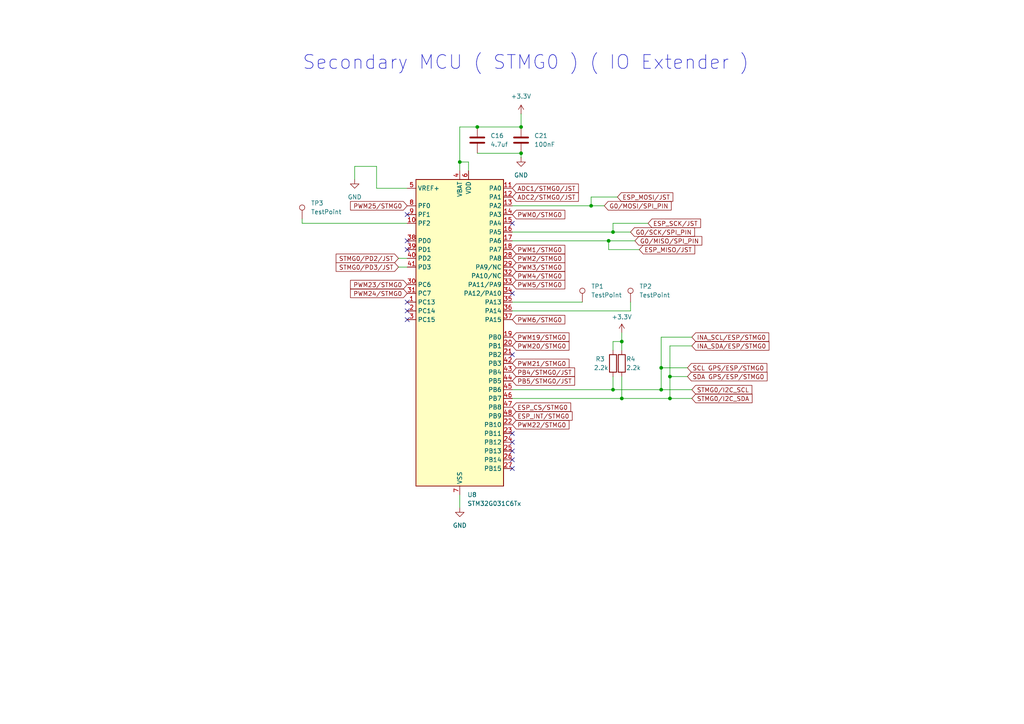
<source format=kicad_sch>
(kicad_sch
	(version 20231120)
	(generator "eeschema")
	(generator_version "8.0")
	(uuid "93705aaa-1b63-4236-9b82-d632e7801fe8")
	(paper "A4")
	(title_block
		(title "General Purpose Avionics")
		(date "2024-03-17")
		(rev "B")
	)
	(lib_symbols
		(symbol "Connector:TestPoint"
			(pin_numbers hide)
			(pin_names
				(offset 0.762) hide)
			(exclude_from_sim no)
			(in_bom yes)
			(on_board yes)
			(property "Reference" "TP"
				(at 0 6.858 0)
				(effects
					(font
						(size 1.27 1.27)
					)
				)
			)
			(property "Value" "TestPoint"
				(at 0 5.08 0)
				(effects
					(font
						(size 1.27 1.27)
					)
				)
			)
			(property "Footprint" ""
				(at 5.08 0 0)
				(effects
					(font
						(size 1.27 1.27)
					)
					(hide yes)
				)
			)
			(property "Datasheet" "~"
				(at 5.08 0 0)
				(effects
					(font
						(size 1.27 1.27)
					)
					(hide yes)
				)
			)
			(property "Description" "test point"
				(at 0 0 0)
				(effects
					(font
						(size 1.27 1.27)
					)
					(hide yes)
				)
			)
			(property "ki_keywords" "test point tp"
				(at 0 0 0)
				(effects
					(font
						(size 1.27 1.27)
					)
					(hide yes)
				)
			)
			(property "ki_fp_filters" "Pin* Test*"
				(at 0 0 0)
				(effects
					(font
						(size 1.27 1.27)
					)
					(hide yes)
				)
			)
			(symbol "TestPoint_0_1"
				(circle
					(center 0 3.302)
					(radius 0.762)
					(stroke
						(width 0)
						(type default)
					)
					(fill
						(type none)
					)
				)
			)
			(symbol "TestPoint_1_1"
				(pin passive line
					(at 0 0 90)
					(length 2.54)
					(name "1"
						(effects
							(font
								(size 1.27 1.27)
							)
						)
					)
					(number "1"
						(effects
							(font
								(size 1.27 1.27)
							)
						)
					)
				)
			)
		)
		(symbol "Device:C"
			(pin_numbers hide)
			(pin_names
				(offset 0.254)
			)
			(exclude_from_sim no)
			(in_bom yes)
			(on_board yes)
			(property "Reference" "C"
				(at 0.635 2.54 0)
				(effects
					(font
						(size 1.27 1.27)
					)
					(justify left)
				)
			)
			(property "Value" "C"
				(at 0.635 -2.54 0)
				(effects
					(font
						(size 1.27 1.27)
					)
					(justify left)
				)
			)
			(property "Footprint" ""
				(at 0.9652 -3.81 0)
				(effects
					(font
						(size 1.27 1.27)
					)
					(hide yes)
				)
			)
			(property "Datasheet" "~"
				(at 0 0 0)
				(effects
					(font
						(size 1.27 1.27)
					)
					(hide yes)
				)
			)
			(property "Description" "Unpolarized capacitor"
				(at 0 0 0)
				(effects
					(font
						(size 1.27 1.27)
					)
					(hide yes)
				)
			)
			(property "ki_keywords" "cap capacitor"
				(at 0 0 0)
				(effects
					(font
						(size 1.27 1.27)
					)
					(hide yes)
				)
			)
			(property "ki_fp_filters" "C_*"
				(at 0 0 0)
				(effects
					(font
						(size 1.27 1.27)
					)
					(hide yes)
				)
			)
			(symbol "C_0_1"
				(polyline
					(pts
						(xy -2.032 -0.762) (xy 2.032 -0.762)
					)
					(stroke
						(width 0.508)
						(type default)
					)
					(fill
						(type none)
					)
				)
				(polyline
					(pts
						(xy -2.032 0.762) (xy 2.032 0.762)
					)
					(stroke
						(width 0.508)
						(type default)
					)
					(fill
						(type none)
					)
				)
			)
			(symbol "C_1_1"
				(pin passive line
					(at 0 3.81 270)
					(length 2.794)
					(name "~"
						(effects
							(font
								(size 1.27 1.27)
							)
						)
					)
					(number "1"
						(effects
							(font
								(size 1.27 1.27)
							)
						)
					)
				)
				(pin passive line
					(at 0 -3.81 90)
					(length 2.794)
					(name "~"
						(effects
							(font
								(size 1.27 1.27)
							)
						)
					)
					(number "2"
						(effects
							(font
								(size 1.27 1.27)
							)
						)
					)
				)
			)
		)
		(symbol "Device:R"
			(pin_numbers hide)
			(pin_names
				(offset 0)
			)
			(exclude_from_sim no)
			(in_bom yes)
			(on_board yes)
			(property "Reference" "R"
				(at 2.032 0 90)
				(effects
					(font
						(size 1.27 1.27)
					)
				)
			)
			(property "Value" "R"
				(at 0 0 90)
				(effects
					(font
						(size 1.27 1.27)
					)
				)
			)
			(property "Footprint" ""
				(at -1.778 0 90)
				(effects
					(font
						(size 1.27 1.27)
					)
					(hide yes)
				)
			)
			(property "Datasheet" "~"
				(at 0 0 0)
				(effects
					(font
						(size 1.27 1.27)
					)
					(hide yes)
				)
			)
			(property "Description" "Resistor"
				(at 0 0 0)
				(effects
					(font
						(size 1.27 1.27)
					)
					(hide yes)
				)
			)
			(property "ki_keywords" "R res resistor"
				(at 0 0 0)
				(effects
					(font
						(size 1.27 1.27)
					)
					(hide yes)
				)
			)
			(property "ki_fp_filters" "R_*"
				(at 0 0 0)
				(effects
					(font
						(size 1.27 1.27)
					)
					(hide yes)
				)
			)
			(symbol "R_0_1"
				(rectangle
					(start -1.016 -2.54)
					(end 1.016 2.54)
					(stroke
						(width 0.254)
						(type default)
					)
					(fill
						(type none)
					)
				)
			)
			(symbol "R_1_1"
				(pin passive line
					(at 0 3.81 270)
					(length 1.27)
					(name "~"
						(effects
							(font
								(size 1.27 1.27)
							)
						)
					)
					(number "1"
						(effects
							(font
								(size 1.27 1.27)
							)
						)
					)
				)
				(pin passive line
					(at 0 -3.81 90)
					(length 1.27)
					(name "~"
						(effects
							(font
								(size 1.27 1.27)
							)
						)
					)
					(number "2"
						(effects
							(font
								(size 1.27 1.27)
							)
						)
					)
				)
			)
		)
		(symbol "MCU_ST_STM32G0:STM32G031C6Tx"
			(exclude_from_sim no)
			(in_bom yes)
			(on_board yes)
			(property "Reference" "U"
				(at -12.7 46.99 0)
				(effects
					(font
						(size 1.27 1.27)
					)
					(justify left)
				)
			)
			(property "Value" "STM32G031C6Tx"
				(at 5.08 46.99 0)
				(effects
					(font
						(size 1.27 1.27)
					)
					(justify left)
				)
			)
			(property "Footprint" "Package_QFP:LQFP-48_7x7mm_P0.5mm"
				(at -12.7 -43.18 0)
				(effects
					(font
						(size 1.27 1.27)
					)
					(justify right)
					(hide yes)
				)
			)
			(property "Datasheet" "https://www.st.com/resource/en/datasheet/stm32g031c6.pdf"
				(at 0 0 0)
				(effects
					(font
						(size 1.27 1.27)
					)
					(hide yes)
				)
			)
			(property "Description" "STMicroelectronics Arm Cortex-M0+ MCU, 32KB flash, 8KB RAM, 64 MHz, 1.7-3.6V, 44 GPIO, LQFP48"
				(at 0 0 0)
				(effects
					(font
						(size 1.27 1.27)
					)
					(hide yes)
				)
			)
			(property "ki_locked" ""
				(at 0 0 0)
				(effects
					(font
						(size 1.27 1.27)
					)
				)
			)
			(property "ki_keywords" "Arm Cortex-M0+ STM32G0 STM32G0x1"
				(at 0 0 0)
				(effects
					(font
						(size 1.27 1.27)
					)
					(hide yes)
				)
			)
			(property "ki_fp_filters" "LQFP*7x7mm*P0.5mm*"
				(at 0 0 0)
				(effects
					(font
						(size 1.27 1.27)
					)
					(hide yes)
				)
			)
			(symbol "STM32G031C6Tx_0_1"
				(rectangle
					(start -12.7 -43.18)
					(end 12.7 45.72)
					(stroke
						(width 0.254)
						(type default)
					)
					(fill
						(type background)
					)
				)
			)
			(symbol "STM32G031C6Tx_1_1"
				(pin bidirectional line
					(at -15.24 10.16 0)
					(length 2.54)
					(name "PC13"
						(effects
							(font
								(size 1.27 1.27)
							)
						)
					)
					(number "1"
						(effects
							(font
								(size 1.27 1.27)
							)
						)
					)
					(alternate "RTC_OUT_ALARM" bidirectional line)
					(alternate "RTC_OUT_CALIB" bidirectional line)
					(alternate "RTC_TAMP_IN1" bidirectional line)
					(alternate "RTC_TS" bidirectional line)
					(alternate "SYS_WKUP2" bidirectional line)
					(alternate "TIM1_BK" bidirectional line)
				)
				(pin bidirectional line
					(at -15.24 33.02 0)
					(length 2.54)
					(name "PF2"
						(effects
							(font
								(size 1.27 1.27)
							)
						)
					)
					(number "10"
						(effects
							(font
								(size 1.27 1.27)
							)
						)
					)
					(alternate "RCC_MCO" bidirectional line)
				)
				(pin bidirectional line
					(at 15.24 43.18 180)
					(length 2.54)
					(name "PA0"
						(effects
							(font
								(size 1.27 1.27)
							)
						)
					)
					(number "11"
						(effects
							(font
								(size 1.27 1.27)
							)
						)
					)
					(alternate "ADC1_IN0" bidirectional line)
					(alternate "LPTIM1_OUT" bidirectional line)
					(alternate "RTC_TAMP_IN2" bidirectional line)
					(alternate "SPI2_SCK" bidirectional line)
					(alternate "SYS_WKUP1" bidirectional line)
					(alternate "TIM2_CH1" bidirectional line)
					(alternate "TIM2_ETR" bidirectional line)
					(alternate "USART2_CTS" bidirectional line)
					(alternate "USART2_NSS" bidirectional line)
				)
				(pin bidirectional line
					(at 15.24 40.64 180)
					(length 2.54)
					(name "PA1"
						(effects
							(font
								(size 1.27 1.27)
							)
						)
					)
					(number "12"
						(effects
							(font
								(size 1.27 1.27)
							)
						)
					)
					(alternate "ADC1_IN1" bidirectional line)
					(alternate "I2C1_SMBA" bidirectional line)
					(alternate "I2S1_CK" bidirectional line)
					(alternate "SPI1_SCK" bidirectional line)
					(alternate "TIM2_CH2" bidirectional line)
					(alternate "USART2_CK" bidirectional line)
					(alternate "USART2_DE" bidirectional line)
					(alternate "USART2_RTS" bidirectional line)
				)
				(pin bidirectional line
					(at 15.24 38.1 180)
					(length 2.54)
					(name "PA2"
						(effects
							(font
								(size 1.27 1.27)
							)
						)
					)
					(number "13"
						(effects
							(font
								(size 1.27 1.27)
							)
						)
					)
					(alternate "ADC1_IN2" bidirectional line)
					(alternate "I2S1_SD" bidirectional line)
					(alternate "LPUART1_TX" bidirectional line)
					(alternate "RCC_LSCO" bidirectional line)
					(alternate "SPI1_MOSI" bidirectional line)
					(alternate "SYS_WKUP4" bidirectional line)
					(alternate "TIM2_CH3" bidirectional line)
					(alternate "USART2_TX" bidirectional line)
				)
				(pin bidirectional line
					(at 15.24 35.56 180)
					(length 2.54)
					(name "PA3"
						(effects
							(font
								(size 1.27 1.27)
							)
						)
					)
					(number "14"
						(effects
							(font
								(size 1.27 1.27)
							)
						)
					)
					(alternate "ADC1_IN3" bidirectional line)
					(alternate "LPUART1_RX" bidirectional line)
					(alternate "SPI2_MISO" bidirectional line)
					(alternate "TIM2_CH4" bidirectional line)
					(alternate "USART2_RX" bidirectional line)
				)
				(pin bidirectional line
					(at 15.24 33.02 180)
					(length 2.54)
					(name "PA4"
						(effects
							(font
								(size 1.27 1.27)
							)
						)
					)
					(number "15"
						(effects
							(font
								(size 1.27 1.27)
							)
						)
					)
					(alternate "ADC1_IN4" bidirectional line)
					(alternate "I2S1_WS" bidirectional line)
					(alternate "LPTIM2_OUT" bidirectional line)
					(alternate "RTC_OUT_ALARM" bidirectional line)
					(alternate "RTC_OUT_CALIB" bidirectional line)
					(alternate "SPI1_NSS" bidirectional line)
					(alternate "SPI2_MOSI" bidirectional line)
					(alternate "TIM14_CH1" bidirectional line)
				)
				(pin bidirectional line
					(at 15.24 30.48 180)
					(length 2.54)
					(name "PA5"
						(effects
							(font
								(size 1.27 1.27)
							)
						)
					)
					(number "16"
						(effects
							(font
								(size 1.27 1.27)
							)
						)
					)
					(alternate "ADC1_IN5" bidirectional line)
					(alternate "I2S1_CK" bidirectional line)
					(alternate "LPTIM2_ETR" bidirectional line)
					(alternate "SPI1_SCK" bidirectional line)
					(alternate "TIM2_CH1" bidirectional line)
					(alternate "TIM2_ETR" bidirectional line)
				)
				(pin bidirectional line
					(at 15.24 27.94 180)
					(length 2.54)
					(name "PA6"
						(effects
							(font
								(size 1.27 1.27)
							)
						)
					)
					(number "17"
						(effects
							(font
								(size 1.27 1.27)
							)
						)
					)
					(alternate "ADC1_IN6" bidirectional line)
					(alternate "I2S1_MCK" bidirectional line)
					(alternate "LPUART1_CTS" bidirectional line)
					(alternate "SPI1_MISO" bidirectional line)
					(alternate "TIM16_CH1" bidirectional line)
					(alternate "TIM1_BK" bidirectional line)
					(alternate "TIM3_CH1" bidirectional line)
				)
				(pin bidirectional line
					(at 15.24 25.4 180)
					(length 2.54)
					(name "PA7"
						(effects
							(font
								(size 1.27 1.27)
							)
						)
					)
					(number "18"
						(effects
							(font
								(size 1.27 1.27)
							)
						)
					)
					(alternate "ADC1_IN7" bidirectional line)
					(alternate "I2S1_SD" bidirectional line)
					(alternate "SPI1_MOSI" bidirectional line)
					(alternate "TIM14_CH1" bidirectional line)
					(alternate "TIM17_CH1" bidirectional line)
					(alternate "TIM1_CH1N" bidirectional line)
					(alternate "TIM3_CH2" bidirectional line)
				)
				(pin bidirectional line
					(at 15.24 0 180)
					(length 2.54)
					(name "PB0"
						(effects
							(font
								(size 1.27 1.27)
							)
						)
					)
					(number "19"
						(effects
							(font
								(size 1.27 1.27)
							)
						)
					)
					(alternate "ADC1_IN8" bidirectional line)
					(alternate "I2S1_WS" bidirectional line)
					(alternate "LPTIM1_OUT" bidirectional line)
					(alternate "SPI1_NSS" bidirectional line)
					(alternate "TIM1_CH2N" bidirectional line)
					(alternate "TIM3_CH3" bidirectional line)
				)
				(pin bidirectional line
					(at -15.24 7.62 0)
					(length 2.54)
					(name "PC14"
						(effects
							(font
								(size 1.27 1.27)
							)
						)
					)
					(number "2"
						(effects
							(font
								(size 1.27 1.27)
							)
						)
					)
					(alternate "RCC_OSC32_IN" bidirectional line)
					(alternate "TIM1_BK2" bidirectional line)
				)
				(pin bidirectional line
					(at 15.24 -2.54 180)
					(length 2.54)
					(name "PB1"
						(effects
							(font
								(size 1.27 1.27)
							)
						)
					)
					(number "20"
						(effects
							(font
								(size 1.27 1.27)
							)
						)
					)
					(alternate "ADC1_IN9" bidirectional line)
					(alternate "LPTIM2_IN1" bidirectional line)
					(alternate "LPUART1_DE" bidirectional line)
					(alternate "LPUART1_RTS" bidirectional line)
					(alternate "TIM14_CH1" bidirectional line)
					(alternate "TIM1_CH3N" bidirectional line)
					(alternate "TIM3_CH4" bidirectional line)
				)
				(pin bidirectional line
					(at 15.24 -5.08 180)
					(length 2.54)
					(name "PB2"
						(effects
							(font
								(size 1.27 1.27)
							)
						)
					)
					(number "21"
						(effects
							(font
								(size 1.27 1.27)
							)
						)
					)
					(alternate "ADC1_IN10" bidirectional line)
					(alternate "LPTIM1_OUT" bidirectional line)
					(alternate "SPI2_MISO" bidirectional line)
				)
				(pin bidirectional line
					(at 15.24 -25.4 180)
					(length 2.54)
					(name "PB10"
						(effects
							(font
								(size 1.27 1.27)
							)
						)
					)
					(number "22"
						(effects
							(font
								(size 1.27 1.27)
							)
						)
					)
					(alternate "ADC1_IN11" bidirectional line)
					(alternate "I2C2_SCL" bidirectional line)
					(alternate "LPUART1_RX" bidirectional line)
					(alternate "SPI2_SCK" bidirectional line)
					(alternate "TIM2_CH3" bidirectional line)
				)
				(pin bidirectional line
					(at 15.24 -27.94 180)
					(length 2.54)
					(name "PB11"
						(effects
							(font
								(size 1.27 1.27)
							)
						)
					)
					(number "23"
						(effects
							(font
								(size 1.27 1.27)
							)
						)
					)
					(alternate "ADC1_EXTI11" bidirectional line)
					(alternate "ADC1_IN15" bidirectional line)
					(alternate "I2C2_SDA" bidirectional line)
					(alternate "LPUART1_TX" bidirectional line)
					(alternate "SPI2_MOSI" bidirectional line)
					(alternate "TIM2_CH4" bidirectional line)
				)
				(pin bidirectional line
					(at 15.24 -30.48 180)
					(length 2.54)
					(name "PB12"
						(effects
							(font
								(size 1.27 1.27)
							)
						)
					)
					(number "24"
						(effects
							(font
								(size 1.27 1.27)
							)
						)
					)
					(alternate "ADC1_IN16" bidirectional line)
					(alternate "LPUART1_DE" bidirectional line)
					(alternate "LPUART1_RTS" bidirectional line)
					(alternate "SPI2_NSS" bidirectional line)
					(alternate "TIM1_BK" bidirectional line)
				)
				(pin bidirectional line
					(at 15.24 -33.02 180)
					(length 2.54)
					(name "PB13"
						(effects
							(font
								(size 1.27 1.27)
							)
						)
					)
					(number "25"
						(effects
							(font
								(size 1.27 1.27)
							)
						)
					)
					(alternate "I2C2_SCL" bidirectional line)
					(alternate "LPUART1_CTS" bidirectional line)
					(alternate "SPI2_SCK" bidirectional line)
					(alternate "TIM1_CH1N" bidirectional line)
				)
				(pin bidirectional line
					(at 15.24 -35.56 180)
					(length 2.54)
					(name "PB14"
						(effects
							(font
								(size 1.27 1.27)
							)
						)
					)
					(number "26"
						(effects
							(font
								(size 1.27 1.27)
							)
						)
					)
					(alternate "I2C2_SDA" bidirectional line)
					(alternate "SPI2_MISO" bidirectional line)
					(alternate "TIM1_CH2N" bidirectional line)
				)
				(pin bidirectional line
					(at 15.24 -38.1 180)
					(length 2.54)
					(name "PB15"
						(effects
							(font
								(size 1.27 1.27)
							)
						)
					)
					(number "27"
						(effects
							(font
								(size 1.27 1.27)
							)
						)
					)
					(alternate "RTC_REFIN" bidirectional line)
					(alternate "SPI2_MOSI" bidirectional line)
					(alternate "TIM1_CH3N" bidirectional line)
				)
				(pin bidirectional line
					(at 15.24 22.86 180)
					(length 2.54)
					(name "PA8"
						(effects
							(font
								(size 1.27 1.27)
							)
						)
					)
					(number "28"
						(effects
							(font
								(size 1.27 1.27)
							)
						)
					)
					(alternate "LPTIM2_OUT" bidirectional line)
					(alternate "RCC_MCO" bidirectional line)
					(alternate "SPI2_NSS" bidirectional line)
					(alternate "TIM1_CH1" bidirectional line)
				)
				(pin bidirectional line
					(at 15.24 20.32 180)
					(length 2.54)
					(name "PA9/NC"
						(effects
							(font
								(size 1.27 1.27)
							)
						)
					)
					(number "29"
						(effects
							(font
								(size 1.27 1.27)
							)
						)
					)
					(alternate "I2C1_SCL" bidirectional line)
					(alternate "RCC_MCO" bidirectional line)
					(alternate "SPI2_MISO" bidirectional line)
					(alternate "TIM1_CH2" bidirectional line)
					(alternate "USART1_TX" bidirectional line)
				)
				(pin bidirectional line
					(at -15.24 5.08 0)
					(length 2.54)
					(name "PC15"
						(effects
							(font
								(size 1.27 1.27)
							)
						)
					)
					(number "3"
						(effects
							(font
								(size 1.27 1.27)
							)
						)
					)
					(alternate "RCC_OSC32_EN" bidirectional line)
					(alternate "RCC_OSC32_OUT" bidirectional line)
					(alternate "RCC_OSC_EN" bidirectional line)
				)
				(pin bidirectional line
					(at -15.24 15.24 0)
					(length 2.54)
					(name "PC6"
						(effects
							(font
								(size 1.27 1.27)
							)
						)
					)
					(number "30"
						(effects
							(font
								(size 1.27 1.27)
							)
						)
					)
					(alternate "TIM2_CH3" bidirectional line)
					(alternate "TIM3_CH1" bidirectional line)
				)
				(pin bidirectional line
					(at -15.24 12.7 0)
					(length 2.54)
					(name "PC7"
						(effects
							(font
								(size 1.27 1.27)
							)
						)
					)
					(number "31"
						(effects
							(font
								(size 1.27 1.27)
							)
						)
					)
					(alternate "TIM2_CH4" bidirectional line)
					(alternate "TIM3_CH2" bidirectional line)
				)
				(pin bidirectional line
					(at 15.24 17.78 180)
					(length 2.54)
					(name "PA10/NC"
						(effects
							(font
								(size 1.27 1.27)
							)
						)
					)
					(number "32"
						(effects
							(font
								(size 1.27 1.27)
							)
						)
					)
					(alternate "I2C1_SDA" bidirectional line)
					(alternate "SPI2_MOSI" bidirectional line)
					(alternate "TIM17_BK" bidirectional line)
					(alternate "TIM1_CH3" bidirectional line)
					(alternate "USART1_RX" bidirectional line)
				)
				(pin bidirectional line
					(at 15.24 15.24 180)
					(length 2.54)
					(name "PA11/PA9"
						(effects
							(font
								(size 1.27 1.27)
							)
						)
					)
					(number "33"
						(effects
							(font
								(size 1.27 1.27)
							)
						)
					)
					(alternate "ADC1_EXTI11" bidirectional line)
					(alternate "I2C2_SCL" bidirectional line)
					(alternate "I2S1_MCK" bidirectional line)
					(alternate "SPI1_MISO" bidirectional line)
					(alternate "TIM1_BK2" bidirectional line)
					(alternate "TIM1_CH4" bidirectional line)
					(alternate "USART1_CTS" bidirectional line)
					(alternate "USART1_NSS" bidirectional line)
				)
				(pin bidirectional line
					(at 15.24 12.7 180)
					(length 2.54)
					(name "PA12/PA10"
						(effects
							(font
								(size 1.27 1.27)
							)
						)
					)
					(number "34"
						(effects
							(font
								(size 1.27 1.27)
							)
						)
					)
					(alternate "I2C2_SDA" bidirectional line)
					(alternate "I2S1_SD" bidirectional line)
					(alternate "I2S_CKIN" bidirectional line)
					(alternate "SPI1_MOSI" bidirectional line)
					(alternate "TIM1_ETR" bidirectional line)
					(alternate "USART1_CK" bidirectional line)
					(alternate "USART1_DE" bidirectional line)
					(alternate "USART1_RTS" bidirectional line)
				)
				(pin bidirectional line
					(at 15.24 10.16 180)
					(length 2.54)
					(name "PA13"
						(effects
							(font
								(size 1.27 1.27)
							)
						)
					)
					(number "35"
						(effects
							(font
								(size 1.27 1.27)
							)
						)
					)
					(alternate "ADC1_IN17" bidirectional line)
					(alternate "IR_OUT" bidirectional line)
					(alternate "SYS_SWDIO" bidirectional line)
				)
				(pin bidirectional line
					(at 15.24 7.62 180)
					(length 2.54)
					(name "PA14"
						(effects
							(font
								(size 1.27 1.27)
							)
						)
					)
					(number "36"
						(effects
							(font
								(size 1.27 1.27)
							)
						)
					)
					(alternate "ADC1_IN18" bidirectional line)
					(alternate "SYS_SWCLK" bidirectional line)
					(alternate "USART2_TX" bidirectional line)
				)
				(pin bidirectional line
					(at 15.24 5.08 180)
					(length 2.54)
					(name "PA15"
						(effects
							(font
								(size 1.27 1.27)
							)
						)
					)
					(number "37"
						(effects
							(font
								(size 1.27 1.27)
							)
						)
					)
					(alternate "I2S1_WS" bidirectional line)
					(alternate "SPI1_NSS" bidirectional line)
					(alternate "TIM2_CH1" bidirectional line)
					(alternate "TIM2_ETR" bidirectional line)
					(alternate "USART2_RX" bidirectional line)
				)
				(pin bidirectional line
					(at -15.24 27.94 0)
					(length 2.54)
					(name "PD0"
						(effects
							(font
								(size 1.27 1.27)
							)
						)
					)
					(number "38"
						(effects
							(font
								(size 1.27 1.27)
							)
						)
					)
					(alternate "SPI2_NSS" bidirectional line)
					(alternate "TIM16_CH1" bidirectional line)
				)
				(pin bidirectional line
					(at -15.24 25.4 0)
					(length 2.54)
					(name "PD1"
						(effects
							(font
								(size 1.27 1.27)
							)
						)
					)
					(number "39"
						(effects
							(font
								(size 1.27 1.27)
							)
						)
					)
					(alternate "SPI2_SCK" bidirectional line)
					(alternate "TIM17_CH1" bidirectional line)
				)
				(pin power_in line
					(at 0 48.26 270)
					(length 2.54)
					(name "VBAT"
						(effects
							(font
								(size 1.27 1.27)
							)
						)
					)
					(number "4"
						(effects
							(font
								(size 1.27 1.27)
							)
						)
					)
				)
				(pin bidirectional line
					(at -15.24 22.86 0)
					(length 2.54)
					(name "PD2"
						(effects
							(font
								(size 1.27 1.27)
							)
						)
					)
					(number "40"
						(effects
							(font
								(size 1.27 1.27)
							)
						)
					)
					(alternate "TIM1_CH1N" bidirectional line)
					(alternate "TIM3_ETR" bidirectional line)
				)
				(pin bidirectional line
					(at -15.24 20.32 0)
					(length 2.54)
					(name "PD3"
						(effects
							(font
								(size 1.27 1.27)
							)
						)
					)
					(number "41"
						(effects
							(font
								(size 1.27 1.27)
							)
						)
					)
					(alternate "SPI2_MISO" bidirectional line)
					(alternate "TIM1_CH2N" bidirectional line)
					(alternate "USART2_CTS" bidirectional line)
					(alternate "USART2_NSS" bidirectional line)
				)
				(pin bidirectional line
					(at 15.24 -7.62 180)
					(length 2.54)
					(name "PB3"
						(effects
							(font
								(size 1.27 1.27)
							)
						)
					)
					(number "42"
						(effects
							(font
								(size 1.27 1.27)
							)
						)
					)
					(alternate "I2S1_CK" bidirectional line)
					(alternate "SPI1_SCK" bidirectional line)
					(alternate "TIM1_CH2" bidirectional line)
					(alternate "TIM2_CH2" bidirectional line)
					(alternate "USART1_CK" bidirectional line)
					(alternate "USART1_DE" bidirectional line)
					(alternate "USART1_RTS" bidirectional line)
				)
				(pin bidirectional line
					(at 15.24 -10.16 180)
					(length 2.54)
					(name "PB4"
						(effects
							(font
								(size 1.27 1.27)
							)
						)
					)
					(number "43"
						(effects
							(font
								(size 1.27 1.27)
							)
						)
					)
					(alternate "I2S1_MCK" bidirectional line)
					(alternate "SPI1_MISO" bidirectional line)
					(alternate "TIM17_BK" bidirectional line)
					(alternate "TIM3_CH1" bidirectional line)
					(alternate "USART1_CTS" bidirectional line)
					(alternate "USART1_NSS" bidirectional line)
				)
				(pin bidirectional line
					(at 15.24 -12.7 180)
					(length 2.54)
					(name "PB5"
						(effects
							(font
								(size 1.27 1.27)
							)
						)
					)
					(number "44"
						(effects
							(font
								(size 1.27 1.27)
							)
						)
					)
					(alternate "I2C1_SMBA" bidirectional line)
					(alternate "I2S1_SD" bidirectional line)
					(alternate "LPTIM1_IN1" bidirectional line)
					(alternate "SPI1_MOSI" bidirectional line)
					(alternate "SYS_WKUP6" bidirectional line)
					(alternate "TIM16_BK" bidirectional line)
					(alternate "TIM3_CH2" bidirectional line)
				)
				(pin bidirectional line
					(at 15.24 -15.24 180)
					(length 2.54)
					(name "PB6"
						(effects
							(font
								(size 1.27 1.27)
							)
						)
					)
					(number "45"
						(effects
							(font
								(size 1.27 1.27)
							)
						)
					)
					(alternate "I2C1_SCL" bidirectional line)
					(alternate "LPTIM1_ETR" bidirectional line)
					(alternate "SPI2_MISO" bidirectional line)
					(alternate "TIM16_CH1N" bidirectional line)
					(alternate "TIM1_CH3" bidirectional line)
					(alternate "USART1_TX" bidirectional line)
				)
				(pin bidirectional line
					(at 15.24 -17.78 180)
					(length 2.54)
					(name "PB7"
						(effects
							(font
								(size 1.27 1.27)
							)
						)
					)
					(number "46"
						(effects
							(font
								(size 1.27 1.27)
							)
						)
					)
					(alternate "I2C1_SDA" bidirectional line)
					(alternate "LPTIM1_IN2" bidirectional line)
					(alternate "SPI2_MOSI" bidirectional line)
					(alternate "SYS_PVD_IN" bidirectional line)
					(alternate "TIM17_CH1N" bidirectional line)
					(alternate "USART1_RX" bidirectional line)
				)
				(pin bidirectional line
					(at 15.24 -20.32 180)
					(length 2.54)
					(name "PB8"
						(effects
							(font
								(size 1.27 1.27)
							)
						)
					)
					(number "47"
						(effects
							(font
								(size 1.27 1.27)
							)
						)
					)
					(alternate "I2C1_SCL" bidirectional line)
					(alternate "SPI2_SCK" bidirectional line)
					(alternate "TIM16_CH1" bidirectional line)
				)
				(pin bidirectional line
					(at 15.24 -22.86 180)
					(length 2.54)
					(name "PB9"
						(effects
							(font
								(size 1.27 1.27)
							)
						)
					)
					(number "48"
						(effects
							(font
								(size 1.27 1.27)
							)
						)
					)
					(alternate "I2C1_SDA" bidirectional line)
					(alternate "IR_OUT" bidirectional line)
					(alternate "SPI2_NSS" bidirectional line)
					(alternate "TIM17_CH1" bidirectional line)
				)
				(pin input line
					(at -15.24 43.18 0)
					(length 2.54)
					(name "VREF+"
						(effects
							(font
								(size 1.27 1.27)
							)
						)
					)
					(number "5"
						(effects
							(font
								(size 1.27 1.27)
							)
						)
					)
					(alternate "VREFBUF_OUT" bidirectional line)
				)
				(pin power_in line
					(at 2.54 48.26 270)
					(length 2.54)
					(name "VDD"
						(effects
							(font
								(size 1.27 1.27)
							)
						)
					)
					(number "6"
						(effects
							(font
								(size 1.27 1.27)
							)
						)
					)
				)
				(pin power_in line
					(at 0 -45.72 90)
					(length 2.54)
					(name "VSS"
						(effects
							(font
								(size 1.27 1.27)
							)
						)
					)
					(number "7"
						(effects
							(font
								(size 1.27 1.27)
							)
						)
					)
				)
				(pin bidirectional line
					(at -15.24 38.1 0)
					(length 2.54)
					(name "PF0"
						(effects
							(font
								(size 1.27 1.27)
							)
						)
					)
					(number "8"
						(effects
							(font
								(size 1.27 1.27)
							)
						)
					)
					(alternate "RCC_OSC_IN" bidirectional line)
					(alternate "TIM14_CH1" bidirectional line)
				)
				(pin bidirectional line
					(at -15.24 35.56 0)
					(length 2.54)
					(name "PF1"
						(effects
							(font
								(size 1.27 1.27)
							)
						)
					)
					(number "9"
						(effects
							(font
								(size 1.27 1.27)
							)
						)
					)
					(alternate "RCC_OSC_EN" bidirectional line)
					(alternate "RCC_OSC_OUT" bidirectional line)
				)
			)
		)
		(symbol "power:+3.3V"
			(power)
			(pin_numbers hide)
			(pin_names
				(offset 0) hide)
			(exclude_from_sim no)
			(in_bom yes)
			(on_board yes)
			(property "Reference" "#PWR"
				(at 0 -3.81 0)
				(effects
					(font
						(size 1.27 1.27)
					)
					(hide yes)
				)
			)
			(property "Value" "+3.3V"
				(at 0 3.556 0)
				(effects
					(font
						(size 1.27 1.27)
					)
				)
			)
			(property "Footprint" ""
				(at 0 0 0)
				(effects
					(font
						(size 1.27 1.27)
					)
					(hide yes)
				)
			)
			(property "Datasheet" ""
				(at 0 0 0)
				(effects
					(font
						(size 1.27 1.27)
					)
					(hide yes)
				)
			)
			(property "Description" "Power symbol creates a global label with name \"+3.3V\""
				(at 0 0 0)
				(effects
					(font
						(size 1.27 1.27)
					)
					(hide yes)
				)
			)
			(property "ki_keywords" "global power"
				(at 0 0 0)
				(effects
					(font
						(size 1.27 1.27)
					)
					(hide yes)
				)
			)
			(symbol "+3.3V_0_1"
				(polyline
					(pts
						(xy -0.762 1.27) (xy 0 2.54)
					)
					(stroke
						(width 0)
						(type default)
					)
					(fill
						(type none)
					)
				)
				(polyline
					(pts
						(xy 0 0) (xy 0 2.54)
					)
					(stroke
						(width 0)
						(type default)
					)
					(fill
						(type none)
					)
				)
				(polyline
					(pts
						(xy 0 2.54) (xy 0.762 1.27)
					)
					(stroke
						(width 0)
						(type default)
					)
					(fill
						(type none)
					)
				)
			)
			(symbol "+3.3V_1_1"
				(pin power_in line
					(at 0 0 90)
					(length 0)
					(name "~"
						(effects
							(font
								(size 1.27 1.27)
							)
						)
					)
					(number "1"
						(effects
							(font
								(size 1.27 1.27)
							)
						)
					)
				)
			)
		)
		(symbol "power:GND"
			(power)
			(pin_numbers hide)
			(pin_names
				(offset 0) hide)
			(exclude_from_sim no)
			(in_bom yes)
			(on_board yes)
			(property "Reference" "#PWR"
				(at 0 -6.35 0)
				(effects
					(font
						(size 1.27 1.27)
					)
					(hide yes)
				)
			)
			(property "Value" "GND"
				(at 0 -3.81 0)
				(effects
					(font
						(size 1.27 1.27)
					)
				)
			)
			(property "Footprint" ""
				(at 0 0 0)
				(effects
					(font
						(size 1.27 1.27)
					)
					(hide yes)
				)
			)
			(property "Datasheet" ""
				(at 0 0 0)
				(effects
					(font
						(size 1.27 1.27)
					)
					(hide yes)
				)
			)
			(property "Description" "Power symbol creates a global label with name \"GND\" , ground"
				(at 0 0 0)
				(effects
					(font
						(size 1.27 1.27)
					)
					(hide yes)
				)
			)
			(property "ki_keywords" "global power"
				(at 0 0 0)
				(effects
					(font
						(size 1.27 1.27)
					)
					(hide yes)
				)
			)
			(symbol "GND_0_1"
				(polyline
					(pts
						(xy 0 0) (xy 0 -1.27) (xy 1.27 -1.27) (xy 0 -2.54) (xy -1.27 -1.27) (xy 0 -1.27)
					)
					(stroke
						(width 0)
						(type default)
					)
					(fill
						(type none)
					)
				)
			)
			(symbol "GND_1_1"
				(pin power_in line
					(at 0 0 270)
					(length 0)
					(name "~"
						(effects
							(font
								(size 1.27 1.27)
							)
						)
					)
					(number "1"
						(effects
							(font
								(size 1.27 1.27)
							)
						)
					)
				)
			)
		)
	)
	(junction
		(at 133.35 46.99)
		(diameter 0)
		(color 0 0 0 0)
		(uuid "10398728-5552-4502-ad88-d448fcfa6d36")
	)
	(junction
		(at 191.77 106.68)
		(diameter 0)
		(color 0 0 0 0)
		(uuid "201f3bc9-37e5-4ac5-a04d-829462f13ae9")
	)
	(junction
		(at 151.13 36.83)
		(diameter 0)
		(color 0 0 0 0)
		(uuid "2fc1a241-3328-4947-8dd1-c04ef8f2545b")
	)
	(junction
		(at 171.45 59.69)
		(diameter 0)
		(color 0 0 0 0)
		(uuid "35bee020-c231-4df0-8e19-862561d03fd1")
	)
	(junction
		(at 177.8 113.03)
		(diameter 0)
		(color 0 0 0 0)
		(uuid "4c3413cc-e9ec-4bb7-a557-6f36b6316d1b")
	)
	(junction
		(at 176.53 69.85)
		(diameter 0)
		(color 0 0 0 0)
		(uuid "4dcfdfa5-8d31-4618-8950-e0d9bb90f6aa")
	)
	(junction
		(at 180.34 99.06)
		(diameter 0)
		(color 0 0 0 0)
		(uuid "6d7844f8-5e9c-4019-95ad-5c75b56d2134")
	)
	(junction
		(at 177.8 67.31)
		(diameter 0)
		(color 0 0 0 0)
		(uuid "797fdc8c-66f8-4609-9e9e-bad1cd114a17")
	)
	(junction
		(at 194.31 109.22)
		(diameter 0)
		(color 0 0 0 0)
		(uuid "890924ec-d208-4aff-95ed-57c812e6cb22")
	)
	(junction
		(at 138.43 36.83)
		(diameter 0)
		(color 0 0 0 0)
		(uuid "8fd83b9e-ecc5-4c99-8253-1a729747e361")
	)
	(junction
		(at 180.34 115.57)
		(diameter 0)
		(color 0 0 0 0)
		(uuid "bf0fdec4-3fe2-4251-94cc-bca36157d2e3")
	)
	(junction
		(at 194.31 115.57)
		(diameter 0)
		(color 0 0 0 0)
		(uuid "bf4aa0ce-331a-4ec1-8a3f-580bd47459a2")
	)
	(junction
		(at 151.13 44.45)
		(diameter 0)
		(color 0 0 0 0)
		(uuid "ee2d187b-a404-43e3-b470-697318a59015")
	)
	(junction
		(at 191.77 113.03)
		(diameter 0)
		(color 0 0 0 0)
		(uuid "fd3362d6-0230-455e-8771-3ee99763480b")
	)
	(no_connect
		(at 118.11 69.85)
		(uuid "0969731a-f02a-4e73-9fde-acd4455dfdbf")
	)
	(no_connect
		(at 118.11 92.71)
		(uuid "13b8b1d7-eb64-4d46-bcaa-eb6e26c7aa35")
	)
	(no_connect
		(at 148.59 64.77)
		(uuid "1bd07ab6-f659-4be7-b1b9-e91f1a0ba51f")
	)
	(no_connect
		(at 148.59 133.35)
		(uuid "28d9580e-5699-40a0-a7e2-90f5a8e20c66")
	)
	(no_connect
		(at 148.59 85.09)
		(uuid "293b160b-a71f-4680-aca7-21f58f3d5f19")
	)
	(no_connect
		(at 148.59 102.87)
		(uuid "38dc0368-25eb-4e29-81e6-3bd07439a0b7")
	)
	(no_connect
		(at 148.59 125.73)
		(uuid "74b51e77-9508-432e-b38b-f2ad147b4ec5")
	)
	(no_connect
		(at 148.59 128.27)
		(uuid "76edbee8-b025-4f21-97fe-a24e0ec56eaa")
	)
	(no_connect
		(at 118.11 62.23)
		(uuid "80543fef-c3cb-4ae6-a463-ae353d3c9a84")
	)
	(no_connect
		(at 148.59 130.81)
		(uuid "8521f34e-b765-4178-a1cc-ca3b075580cc")
	)
	(no_connect
		(at 148.59 135.89)
		(uuid "9ffa8bdf-8634-4792-a346-3e8a6813e9e8")
	)
	(no_connect
		(at 118.11 90.17)
		(uuid "d2932dc4-d72c-4996-8ae1-eb66f2ea60bc")
	)
	(no_connect
		(at 118.11 72.39)
		(uuid "d3cbc71f-018b-48ae-bbb7-ec60b7eb4808")
	)
	(no_connect
		(at 118.11 87.63)
		(uuid "f6413e96-d85b-4e43-8061-41b664fe732b")
	)
	(wire
		(pts
			(xy 199.39 106.68) (xy 191.77 106.68)
		)
		(stroke
			(width 0)
			(type default)
		)
		(uuid "08782d6f-c8a4-4ba0-80f2-d30e39d8460b")
	)
	(wire
		(pts
			(xy 109.22 54.61) (xy 118.11 54.61)
		)
		(stroke
			(width 0)
			(type default)
		)
		(uuid "0bf93583-37a3-4543-aa1c-9b2848a802d7")
	)
	(wire
		(pts
			(xy 133.35 36.83) (xy 138.43 36.83)
		)
		(stroke
			(width 0)
			(type default)
		)
		(uuid "0f4d632f-5bba-4c14-8ffb-da283bbac025")
	)
	(wire
		(pts
			(xy 87.63 63.5) (xy 87.63 64.77)
		)
		(stroke
			(width 0)
			(type default)
		)
		(uuid "125d3120-90f6-4018-9f07-f883b4411b01")
	)
	(wire
		(pts
			(xy 115.57 77.47) (xy 118.11 77.47)
		)
		(stroke
			(width 0)
			(type default)
		)
		(uuid "2a519bea-690d-46e2-9b04-0a0a161befe1")
	)
	(wire
		(pts
			(xy 200.66 100.33) (xy 194.31 100.33)
		)
		(stroke
			(width 0)
			(type default)
		)
		(uuid "30313f92-09c5-48f6-b8a5-675796918f7e")
	)
	(wire
		(pts
			(xy 133.35 143.51) (xy 133.35 147.32)
		)
		(stroke
			(width 0)
			(type default)
		)
		(uuid "33da6bef-1944-4928-bb95-60e1d98d28b7")
	)
	(wire
		(pts
			(xy 179.07 57.15) (xy 171.45 57.15)
		)
		(stroke
			(width 0)
			(type default)
		)
		(uuid "3ad63324-4b22-4862-8dc5-b718c572bca9")
	)
	(wire
		(pts
			(xy 200.66 115.57) (xy 194.31 115.57)
		)
		(stroke
			(width 0)
			(type default)
		)
		(uuid "3b6951f7-77fd-474a-86b2-7d1a542aba57")
	)
	(wire
		(pts
			(xy 151.13 33.02) (xy 151.13 36.83)
		)
		(stroke
			(width 0)
			(type default)
		)
		(uuid "3ca952b8-1b4a-4be2-85f1-3022b0d9fcc8")
	)
	(wire
		(pts
			(xy 171.45 59.69) (xy 148.59 59.69)
		)
		(stroke
			(width 0)
			(type default)
		)
		(uuid "46b890c6-339a-43c8-88ab-4dbcbeb4ba83")
	)
	(wire
		(pts
			(xy 148.59 113.03) (xy 177.8 113.03)
		)
		(stroke
			(width 0)
			(type default)
		)
		(uuid "4b416944-dd7b-4abc-84ac-e2dbd067e5f6")
	)
	(wire
		(pts
			(xy 176.53 69.85) (xy 148.59 69.85)
		)
		(stroke
			(width 0)
			(type default)
		)
		(uuid "4e29bf5d-5aa4-445b-9fe5-cf5077b6144a")
	)
	(wire
		(pts
			(xy 194.31 109.22) (xy 194.31 115.57)
		)
		(stroke
			(width 0)
			(type default)
		)
		(uuid "53d5ac68-d5b9-43e4-a74d-b54fea81db9d")
	)
	(wire
		(pts
			(xy 115.57 74.93) (xy 118.11 74.93)
		)
		(stroke
			(width 0)
			(type default)
		)
		(uuid "5a4da5bb-2b60-4ae0-8596-090c4105da31")
	)
	(wire
		(pts
			(xy 102.87 48.26) (xy 109.22 48.26)
		)
		(stroke
			(width 0)
			(type default)
		)
		(uuid "5be73eb0-5693-4b84-849c-768033c028ec")
	)
	(wire
		(pts
			(xy 185.42 72.39) (xy 176.53 72.39)
		)
		(stroke
			(width 0)
			(type default)
		)
		(uuid "5cb8178b-d8fd-492f-afc5-b6f04229958c")
	)
	(wire
		(pts
			(xy 199.39 109.22) (xy 194.31 109.22)
		)
		(stroke
			(width 0)
			(type default)
		)
		(uuid "6334e7b5-afbb-4b8c-bee7-8b270e1bd8c9")
	)
	(wire
		(pts
			(xy 180.34 109.22) (xy 180.34 115.57)
		)
		(stroke
			(width 0)
			(type default)
		)
		(uuid "659b71a3-396c-4d31-860a-d25812769657")
	)
	(wire
		(pts
			(xy 148.59 90.17) (xy 182.88 90.17)
		)
		(stroke
			(width 0)
			(type default)
		)
		(uuid "6af8bbc9-2497-4c52-b101-55e52ed2578d")
	)
	(wire
		(pts
			(xy 182.88 67.31) (xy 177.8 67.31)
		)
		(stroke
			(width 0)
			(type default)
		)
		(uuid "76ea090f-6013-41d4-aa63-096afbb3ec61")
	)
	(wire
		(pts
			(xy 151.13 44.45) (xy 138.43 44.45)
		)
		(stroke
			(width 0)
			(type default)
		)
		(uuid "76eb92ef-f483-43e3-a159-8aea109bcdf7")
	)
	(wire
		(pts
			(xy 180.34 115.57) (xy 194.31 115.57)
		)
		(stroke
			(width 0)
			(type default)
		)
		(uuid "8d57a4c8-6722-4f8b-a15d-829c124adf7a")
	)
	(wire
		(pts
			(xy 176.53 72.39) (xy 176.53 69.85)
		)
		(stroke
			(width 0)
			(type default)
		)
		(uuid "90f4ba50-5fff-4c35-a419-9f3b7dc110a3")
	)
	(wire
		(pts
			(xy 180.34 99.06) (xy 180.34 96.52)
		)
		(stroke
			(width 0)
			(type default)
		)
		(uuid "98ac8e08-ad9d-4729-ab66-1ab3f50f6780")
	)
	(wire
		(pts
			(xy 135.89 49.53) (xy 135.89 46.99)
		)
		(stroke
			(width 0)
			(type default)
		)
		(uuid "a54d7a4b-d36e-4dd3-a6da-a28ca09fe531")
	)
	(wire
		(pts
			(xy 138.43 36.83) (xy 151.13 36.83)
		)
		(stroke
			(width 0)
			(type default)
		)
		(uuid "a9e9a3ec-de71-4300-8fb0-5e4ec68437ea")
	)
	(wire
		(pts
			(xy 177.8 67.31) (xy 148.59 67.31)
		)
		(stroke
			(width 0)
			(type default)
		)
		(uuid "aa364c1d-cfe6-40fd-8d72-26a5928973ec")
	)
	(wire
		(pts
			(xy 151.13 45.72) (xy 151.13 44.45)
		)
		(stroke
			(width 0)
			(type default)
		)
		(uuid "af4c9f50-84ff-457a-83ef-a3ddc8a2b478")
	)
	(wire
		(pts
			(xy 109.22 48.26) (xy 109.22 54.61)
		)
		(stroke
			(width 0)
			(type default)
		)
		(uuid "b60830b5-8123-49af-b640-b426c7b80872")
	)
	(wire
		(pts
			(xy 194.31 100.33) (xy 194.31 109.22)
		)
		(stroke
			(width 0)
			(type default)
		)
		(uuid "b9b88bd9-dd73-4b51-898b-9c804478a740")
	)
	(wire
		(pts
			(xy 133.35 46.99) (xy 133.35 36.83)
		)
		(stroke
			(width 0)
			(type default)
		)
		(uuid "bcbc81ab-786f-44b9-b6b0-35083c597a4d")
	)
	(wire
		(pts
			(xy 175.26 59.69) (xy 171.45 59.69)
		)
		(stroke
			(width 0)
			(type default)
		)
		(uuid "c6ba8c50-b2f3-4f00-9b67-b94104daefd9")
	)
	(wire
		(pts
			(xy 182.88 90.17) (xy 182.88 87.63)
		)
		(stroke
			(width 0)
			(type default)
		)
		(uuid "c776c54a-5cf0-457b-a4d6-c35d61760f97")
	)
	(wire
		(pts
			(xy 180.34 99.06) (xy 180.34 101.6)
		)
		(stroke
			(width 0)
			(type default)
		)
		(uuid "c8aa1a70-007e-4395-823a-da292e7c0cd8")
	)
	(wire
		(pts
			(xy 102.87 52.07) (xy 102.87 48.26)
		)
		(stroke
			(width 0)
			(type default)
		)
		(uuid "ccc88bf2-307b-4f89-986c-4ad8196f7762")
	)
	(wire
		(pts
			(xy 177.8 101.6) (xy 177.8 99.06)
		)
		(stroke
			(width 0)
			(type default)
		)
		(uuid "d5653f5b-cca0-45f7-821e-61dd77365bf1")
	)
	(wire
		(pts
			(xy 177.8 99.06) (xy 180.34 99.06)
		)
		(stroke
			(width 0)
			(type default)
		)
		(uuid "d9c3e7b3-b33b-43f3-a8d4-4502763cf9a8")
	)
	(wire
		(pts
			(xy 87.63 64.77) (xy 118.11 64.77)
		)
		(stroke
			(width 0)
			(type default)
		)
		(uuid "d9e862fd-7a79-417f-9556-814d7b07fe9b")
	)
	(wire
		(pts
			(xy 191.77 97.79) (xy 191.77 106.68)
		)
		(stroke
			(width 0)
			(type default)
		)
		(uuid "df76e338-8623-4619-a768-e1cc5d5b6979")
	)
	(wire
		(pts
			(xy 187.96 64.77) (xy 177.8 64.77)
		)
		(stroke
			(width 0)
			(type default)
		)
		(uuid "e2ce7a50-5c06-4063-8f12-08a8016bdc23")
	)
	(wire
		(pts
			(xy 177.8 109.22) (xy 177.8 113.03)
		)
		(stroke
			(width 0)
			(type default)
		)
		(uuid "e381ebb8-6f5f-4e29-8b8d-74288c3ca3a8")
	)
	(wire
		(pts
			(xy 171.45 57.15) (xy 171.45 59.69)
		)
		(stroke
			(width 0)
			(type default)
		)
		(uuid "e3cc3d88-429f-4b64-983f-26fd2991c8b7")
	)
	(wire
		(pts
			(xy 177.8 113.03) (xy 191.77 113.03)
		)
		(stroke
			(width 0)
			(type default)
		)
		(uuid "e8d47594-3553-433b-a92d-2c54f8e21930")
	)
	(wire
		(pts
			(xy 191.77 106.68) (xy 191.77 113.03)
		)
		(stroke
			(width 0)
			(type default)
		)
		(uuid "eac1066a-cc61-498b-9d3a-d27f56821dd7")
	)
	(wire
		(pts
			(xy 148.59 87.63) (xy 168.91 87.63)
		)
		(stroke
			(width 0)
			(type default)
		)
		(uuid "ed5e4365-2584-4cbe-af39-9c6196dd291e")
	)
	(wire
		(pts
			(xy 177.8 64.77) (xy 177.8 67.31)
		)
		(stroke
			(width 0)
			(type default)
		)
		(uuid "ee6ca1ae-3623-4912-a07d-014f2bbd2d8b")
	)
	(wire
		(pts
			(xy 184.15 69.85) (xy 176.53 69.85)
		)
		(stroke
			(width 0)
			(type default)
		)
		(uuid "f3a93f37-f9b8-4483-8bd9-ec292b370c89")
	)
	(wire
		(pts
			(xy 133.35 49.53) (xy 133.35 46.99)
		)
		(stroke
			(width 0)
			(type default)
		)
		(uuid "f6f66a57-7fe1-4326-bd39-9d0f024f468b")
	)
	(wire
		(pts
			(xy 148.59 115.57) (xy 180.34 115.57)
		)
		(stroke
			(width 0)
			(type default)
		)
		(uuid "f7a209a4-2d1e-41a3-9cae-94d45b9fa8ec")
	)
	(wire
		(pts
			(xy 135.89 46.99) (xy 133.35 46.99)
		)
		(stroke
			(width 0)
			(type default)
		)
		(uuid "f8322437-eec9-49eb-8897-e1e871be11d8")
	)
	(wire
		(pts
			(xy 191.77 113.03) (xy 200.66 113.03)
		)
		(stroke
			(width 0)
			(type default)
		)
		(uuid "f930d1a7-81bb-4436-90f4-336e943d6205")
	)
	(wire
		(pts
			(xy 200.66 97.79) (xy 191.77 97.79)
		)
		(stroke
			(width 0)
			(type default)
		)
		(uuid "ff7c4ebf-5d41-4f37-b4d3-9622449f6467")
	)
	(text "Secondary MCU ( STMG0 ) ( IO Extender )"
		(exclude_from_sim no)
		(at 87.63 20.574 0)
		(effects
			(font
				(size 4 4)
			)
			(justify left bottom)
		)
		(uuid "a1a1c390-9bac-43a7-8f99-5c5b4706e829")
	)
	(global_label "SCL GPS{slash}ESP{slash}STMG0"
		(shape input)
		(at 199.39 106.68 0)
		(fields_autoplaced yes)
		(effects
			(font
				(size 1.27 1.27)
			)
			(justify left)
		)
		(uuid "0a9ff691-c6c4-4d1f-bf89-32f6f51ec5f6")
		(property "Intersheetrefs" "${INTERSHEET_REFS}"
			(at 224.2674 106.68 0)
			(effects
				(font
					(size 1.27 1.27)
				)
				(justify left)
				(hide yes)
			)
		)
	)
	(global_label "STMG0{slash}PD3{slash}JST"
		(shape input)
		(at 115.57 77.47 180)
		(fields_autoplaced yes)
		(effects
			(font
				(size 1.27 1.27)
			)
			(justify right)
		)
		(uuid "1a79ae04-9aaa-403c-a099-847c93d4abbc")
		(property "Intersheetrefs" "${INTERSHEET_REFS}"
			(at 96.9216 77.47 0)
			(effects
				(font
					(size 1.27 1.27)
				)
				(justify right)
				(hide yes)
			)
		)
	)
	(global_label "PWM23{slash}STMG0"
		(shape input)
		(at 118.11 82.55 180)
		(fields_autoplaced yes)
		(effects
			(font
				(size 1.27 1.27)
			)
			(justify right)
		)
		(uuid "2ced19fe-c1ac-4eea-86bd-4bd4c4974474")
		(property "Intersheetrefs" "${INTERSHEET_REFS}"
			(at 101.0945 82.55 0)
			(effects
				(font
					(size 1.27 1.27)
				)
				(justify right)
				(hide yes)
			)
		)
	)
	(global_label "PB4{slash}STMG0{slash}JST"
		(shape input)
		(at 148.59 107.95 0)
		(fields_autoplaced yes)
		(effects
			(font
				(size 1.27 1.27)
			)
			(justify left)
		)
		(uuid "2f0ab653-0c5c-4170-8ddf-5ec1d9a39eef")
		(property "Intersheetrefs" "${INTERSHEET_REFS}"
			(at 167.2384 107.95 0)
			(effects
				(font
					(size 1.27 1.27)
				)
				(justify left)
				(hide yes)
			)
		)
	)
	(global_label "ESP_MOSI{slash}JST"
		(shape input)
		(at 179.07 57.15 0)
		(fields_autoplaced yes)
		(effects
			(font
				(size 1.27 1.27)
			)
			(justify left)
		)
		(uuid "49c9ccf1-8b12-4cc2-874a-e703f6c54eef")
		(property "Intersheetrefs" "${INTERSHEET_REFS}"
			(at 195.7227 57.15 0)
			(effects
				(font
					(size 1.27 1.27)
				)
				(justify left)
				(hide yes)
			)
		)
	)
	(global_label "PWM24{slash}STMG0"
		(shape input)
		(at 118.11 85.09 180)
		(fields_autoplaced yes)
		(effects
			(font
				(size 1.27 1.27)
			)
			(justify right)
		)
		(uuid "5ba37400-fae9-4b3f-a8ef-580153f4165f")
		(property "Intersheetrefs" "${INTERSHEET_REFS}"
			(at 101.0945 85.09 0)
			(effects
				(font
					(size 1.27 1.27)
				)
				(justify right)
				(hide yes)
			)
		)
	)
	(global_label "PWM5{slash}STMG0"
		(shape input)
		(at 148.59 82.55 0)
		(fields_autoplaced yes)
		(effects
			(font
				(size 1.27 1.27)
			)
			(justify left)
		)
		(uuid "71f732c7-f965-4fe1-825d-491f46e80c9e")
		(property "Intersheetrefs" "${INTERSHEET_REFS}"
			(at 165.666 82.55 0)
			(effects
				(font
					(size 1.27 1.27)
				)
				(justify left)
				(hide yes)
			)
		)
	)
	(global_label "PB5{slash}STMG0{slash}JST"
		(shape input)
		(at 148.59 110.49 0)
		(fields_autoplaced yes)
		(effects
			(font
				(size 1.27 1.27)
			)
			(justify left)
		)
		(uuid "75b2e1a0-d34a-4d88-a70c-47f05bac998c")
		(property "Intersheetrefs" "${INTERSHEET_REFS}"
			(at 167.2384 110.49 0)
			(effects
				(font
					(size 1.27 1.27)
				)
				(justify left)
				(hide yes)
			)
		)
	)
	(global_label "PWM2{slash}STMG0"
		(shape input)
		(at 148.59 74.93 0)
		(fields_autoplaced yes)
		(effects
			(font
				(size 1.27 1.27)
			)
			(justify left)
		)
		(uuid "7722d226-658d-46c4-a4ab-108af5f4211f")
		(property "Intersheetrefs" "${INTERSHEET_REFS}"
			(at 165.666 74.93 0)
			(effects
				(font
					(size 1.27 1.27)
				)
				(justify left)
				(hide yes)
			)
		)
	)
	(global_label "INA_SDA{slash}ESP{slash}STMG0"
		(shape input)
		(at 200.66 100.33 0)
		(fields_autoplaced yes)
		(effects
			(font
				(size 1.27 1.27)
			)
			(justify left)
		)
		(uuid "7b3fbcf2-d8db-4922-a40a-bdb8add0d740")
		(property "Intersheetrefs" "${INTERSHEET_REFS}"
			(at 224.8723 100.33 0)
			(effects
				(font
					(size 1.27 1.27)
				)
				(justify left)
				(hide yes)
			)
		)
	)
	(global_label "PWM1{slash}STMG0"
		(shape input)
		(at 148.59 72.39 0)
		(fields_autoplaced yes)
		(effects
			(font
				(size 1.27 1.27)
			)
			(justify left)
		)
		(uuid "7ff2fa10-60a9-4443-9b06-57b668fc511c")
		(property "Intersheetrefs" "${INTERSHEET_REFS}"
			(at 165.666 72.39 0)
			(effects
				(font
					(size 1.27 1.27)
				)
				(justify left)
				(hide yes)
			)
		)
	)
	(global_label "SDA GPS{slash}ESP{slash}STMG0"
		(shape input)
		(at 199.39 109.22 0)
		(fields_autoplaced yes)
		(effects
			(font
				(size 1.27 1.27)
			)
			(justify left)
		)
		(uuid "82d00793-4168-4f12-bb46-1c38301e65af")
		(property "Intersheetrefs" "${INTERSHEET_REFS}"
			(at 224.3279 109.22 0)
			(effects
				(font
					(size 1.27 1.27)
				)
				(justify left)
				(hide yes)
			)
		)
	)
	(global_label "PWM0{slash}STMG0"
		(shape input)
		(at 148.59 62.23 0)
		(fields_autoplaced yes)
		(effects
			(font
				(size 1.27 1.27)
			)
			(justify left)
		)
		(uuid "87b067ee-a937-48ea-b58f-d20c6351bdde")
		(property "Intersheetrefs" "${INTERSHEET_REFS}"
			(at 165.666 62.23 0)
			(effects
				(font
					(size 1.27 1.27)
				)
				(justify left)
				(hide yes)
			)
		)
	)
	(global_label "PWM22{slash}STMG0"
		(shape input)
		(at 148.59 123.19 0)
		(fields_autoplaced yes)
		(effects
			(font
				(size 1.27 1.27)
			)
			(justify left)
		)
		(uuid "8fec8070-90df-44aa-a1d8-ea7af06c4f42")
		(property "Intersheetrefs" "${INTERSHEET_REFS}"
			(at 166.8755 123.19 0)
			(effects
				(font
					(size 1.27 1.27)
				)
				(justify left)
				(hide yes)
			)
		)
	)
	(global_label "PWM25{slash}STMG0"
		(shape input)
		(at 118.11 59.69 180)
		(fields_autoplaced yes)
		(effects
			(font
				(size 1.27 1.27)
			)
			(justify right)
		)
		(uuid "92f6b7d8-2d52-49b3-abfa-90efa4de4184")
		(property "Intersheetrefs" "${INTERSHEET_REFS}"
			(at 101.0945 59.69 0)
			(effects
				(font
					(size 1.27 1.27)
				)
				(justify right)
				(hide yes)
			)
		)
	)
	(global_label "ESP_SCK{slash}JST"
		(shape input)
		(at 187.96 64.77 0)
		(fields_autoplaced yes)
		(effects
			(font
				(size 1.27 1.27)
			)
			(justify left)
		)
		(uuid "952c617f-dbef-47e4-986f-da41e8f86dbc")
		(property "Intersheetrefs" "${INTERSHEET_REFS}"
			(at 203.766 64.77 0)
			(effects
				(font
					(size 1.27 1.27)
				)
				(justify left)
				(hide yes)
			)
		)
	)
	(global_label "PWM4{slash}STMG0"
		(shape input)
		(at 148.59 80.01 0)
		(fields_autoplaced yes)
		(effects
			(font
				(size 1.27 1.27)
			)
			(justify left)
		)
		(uuid "98b81f79-d8ab-4b2e-a6a6-4be5ee39b931")
		(property "Intersheetrefs" "${INTERSHEET_REFS}"
			(at 165.666 80.01 0)
			(effects
				(font
					(size 1.27 1.27)
				)
				(justify left)
				(hide yes)
			)
		)
	)
	(global_label "ESP_MISO{slash}JST"
		(shape input)
		(at 185.42 72.39 0)
		(fields_autoplaced yes)
		(effects
			(font
				(size 1.27 1.27)
			)
			(justify left)
		)
		(uuid "99e6d78e-a086-42c8-81a8-c9450095656b")
		(property "Intersheetrefs" "${INTERSHEET_REFS}"
			(at 202.0727 72.39 0)
			(effects
				(font
					(size 1.27 1.27)
				)
				(justify left)
				(hide yes)
			)
		)
	)
	(global_label "STMG0{slash}PD2{slash}JST"
		(shape input)
		(at 115.57 74.93 180)
		(fields_autoplaced yes)
		(effects
			(font
				(size 1.27 1.27)
			)
			(justify right)
		)
		(uuid "9acfa836-20c3-42f0-a497-a885552dc746")
		(property "Intersheetrefs" "${INTERSHEET_REFS}"
			(at 96.9216 74.93 0)
			(effects
				(font
					(size 1.27 1.27)
				)
				(justify right)
				(hide yes)
			)
		)
	)
	(global_label "G0{slash}MISO{slash}SPI_PIN"
		(shape input)
		(at 184.15 69.85 0)
		(fields_autoplaced yes)
		(effects
			(font
				(size 1.27 1.27)
			)
			(justify left)
		)
		(uuid "a003f342-0453-453c-a401-7d6d7eef3d83")
		(property "Intersheetrefs" "${INTERSHEET_REFS}"
			(at 204.1291 69.85 0)
			(effects
				(font
					(size 1.27 1.27)
				)
				(justify left)
				(hide yes)
			)
		)
	)
	(global_label "G0{slash}MOSI{slash}SPI_PIN"
		(shape input)
		(at 175.26 59.69 0)
		(fields_autoplaced yes)
		(effects
			(font
				(size 1.27 1.27)
			)
			(justify left)
		)
		(uuid "aad7f4fa-31d1-44dd-aa37-dc9a5e8ea6fb")
		(property "Intersheetrefs" "${INTERSHEET_REFS}"
			(at 195.2391 59.69 0)
			(effects
				(font
					(size 1.27 1.27)
				)
				(justify left)
				(hide yes)
			)
		)
	)
	(global_label "STMG0{slash}I2C_SDA"
		(shape input)
		(at 200.66 115.57 0)
		(fields_autoplaced yes)
		(effects
			(font
				(size 1.27 1.27)
			)
			(justify left)
		)
		(uuid "b139f85c-b0e1-444d-bffc-fc3ab8f4d51d")
		(property "Intersheetrefs" "${INTERSHEET_REFS}"
			(at 218.7037 115.57 0)
			(effects
				(font
					(size 1.27 1.27)
				)
				(justify left)
				(hide yes)
			)
		)
	)
	(global_label "STMG0{slash}I2C_SCL"
		(shape input)
		(at 200.66 113.03 0)
		(fields_autoplaced yes)
		(effects
			(font
				(size 1.27 1.27)
			)
			(justify left)
		)
		(uuid "b414edbc-200d-46d1-aa62-3c150cb976ba")
		(property "Intersheetrefs" "${INTERSHEET_REFS}"
			(at 218.6432 113.03 0)
			(effects
				(font
					(size 1.27 1.27)
				)
				(justify left)
				(hide yes)
			)
		)
	)
	(global_label "PWM19{slash}STMG0"
		(shape input)
		(at 148.59 97.79 0)
		(fields_autoplaced yes)
		(effects
			(font
				(size 1.27 1.27)
			)
			(justify left)
		)
		(uuid "bc6d153d-6675-400c-9138-80a538bbe44a")
		(property "Intersheetrefs" "${INTERSHEET_REFS}"
			(at 166.8755 97.79 0)
			(effects
				(font
					(size 1.27 1.27)
				)
				(justify left)
				(hide yes)
			)
		)
	)
	(global_label "PWM21{slash}STMG0"
		(shape input)
		(at 148.59 105.41 0)
		(fields_autoplaced yes)
		(effects
			(font
				(size 1.27 1.27)
			)
			(justify left)
		)
		(uuid "c48becbc-41db-46a5-ac35-b3ce8a3d8daf")
		(property "Intersheetrefs" "${INTERSHEET_REFS}"
			(at 166.8755 105.41 0)
			(effects
				(font
					(size 1.27 1.27)
				)
				(justify left)
				(hide yes)
			)
		)
	)
	(global_label "G0{slash}SCK{slash}SPI_PIN"
		(shape input)
		(at 182.88 67.31 0)
		(fields_autoplaced yes)
		(effects
			(font
				(size 1.27 1.27)
			)
			(justify left)
		)
		(uuid "ca87a141-ef94-4a4f-8424-4be45c4b4824")
		(property "Intersheetrefs" "${INTERSHEET_REFS}"
			(at 202.0124 67.31 0)
			(effects
				(font
					(size 1.27 1.27)
				)
				(justify left)
				(hide yes)
			)
		)
	)
	(global_label "PWM3{slash}STMG0"
		(shape input)
		(at 148.59 77.47 0)
		(fields_autoplaced yes)
		(effects
			(font
				(size 1.27 1.27)
			)
			(justify left)
		)
		(uuid "cfb0a068-7979-4840-92dd-0918238ade37")
		(property "Intersheetrefs" "${INTERSHEET_REFS}"
			(at 165.666 77.47 0)
			(effects
				(font
					(size 1.27 1.27)
				)
				(justify left)
				(hide yes)
			)
		)
	)
	(global_label "ESP_INT{slash}STMG0"
		(shape input)
		(at 148.59 120.65 0)
		(fields_autoplaced yes)
		(effects
			(font
				(size 1.27 1.27)
			)
			(justify left)
		)
		(uuid "d041fdc6-2f43-4b54-96e5-9289af566ce2")
		(property "Intersheetrefs" "${INTERSHEET_REFS}"
			(at 168.3875 120.65 0)
			(effects
				(font
					(size 1.27 1.27)
				)
				(justify left)
				(hide yes)
			)
		)
	)
	(global_label "INA_SCL{slash}ESP{slash}STMG0"
		(shape input)
		(at 200.66 97.79 0)
		(fields_autoplaced yes)
		(effects
			(font
				(size 1.27 1.27)
			)
			(justify left)
		)
		(uuid "d7ecf017-3698-467d-96c1-8e64eee12d31")
		(property "Intersheetrefs" "${INTERSHEET_REFS}"
			(at 224.8118 97.79 0)
			(effects
				(font
					(size 1.27 1.27)
				)
				(justify left)
				(hide yes)
			)
		)
	)
	(global_label "PWM20{slash}STMG0"
		(shape input)
		(at 148.59 100.33 0)
		(fields_autoplaced yes)
		(effects
			(font
				(size 1.27 1.27)
			)
			(justify left)
		)
		(uuid "e03d2676-8d43-4011-8d25-24cfac27815d")
		(property "Intersheetrefs" "${INTERSHEET_REFS}"
			(at 166.8755 100.33 0)
			(effects
				(font
					(size 1.27 1.27)
				)
				(justify left)
				(hide yes)
			)
		)
	)
	(global_label "ADC1{slash}STMG0{slash}JST"
		(shape input)
		(at 148.59 54.61 0)
		(fields_autoplaced yes)
		(effects
			(font
				(size 1.27 1.27)
			)
			(justify left)
		)
		(uuid "edb32231-2e42-4538-bbc3-477e389abd8b")
		(property "Intersheetrefs" "${INTERSHEET_REFS}"
			(at 169.597 54.61 0)
			(effects
				(font
					(size 1.27 1.27)
				)
				(justify left)
				(hide yes)
			)
		)
	)
	(global_label "PWM6{slash}STMG0"
		(shape input)
		(at 148.59 92.71 0)
		(fields_autoplaced yes)
		(effects
			(font
				(size 1.27 1.27)
			)
			(justify left)
		)
		(uuid "f182bd74-b918-4011-be9f-deea2cf2874b")
		(property "Intersheetrefs" "${INTERSHEET_REFS}"
			(at 165.666 92.71 0)
			(effects
				(font
					(size 1.27 1.27)
				)
				(justify left)
				(hide yes)
			)
		)
	)
	(global_label "ESP_CS{slash}STMG0"
		(shape input)
		(at 148.59 118.11 0)
		(fields_autoplaced yes)
		(effects
			(font
				(size 1.27 1.27)
			)
			(justify left)
		)
		(uuid "f57144c9-a015-464f-aac8-373072269550")
		(property "Intersheetrefs" "${INTERSHEET_REFS}"
			(at 167.9641 118.11 0)
			(effects
				(font
					(size 1.27 1.27)
				)
				(justify left)
				(hide yes)
			)
		)
	)
	(global_label "ADC2{slash}STMG0{slash}JST"
		(shape input)
		(at 148.59 57.15 0)
		(fields_autoplaced yes)
		(effects
			(font
				(size 1.27 1.27)
			)
			(justify left)
		)
		(uuid "fea6c2e4-1c6e-4971-93bf-5461bcae1e00")
		(property "Intersheetrefs" "${INTERSHEET_REFS}"
			(at 169.597 57.15 0)
			(effects
				(font
					(size 1.27 1.27)
				)
				(justify left)
				(hide yes)
			)
		)
	)
	(symbol
		(lib_id "power:GND")
		(at 102.87 52.07 0)
		(unit 1)
		(exclude_from_sim no)
		(in_bom yes)
		(on_board yes)
		(dnp no)
		(fields_autoplaced yes)
		(uuid "2b92c91f-15a2-4eec-a750-d048fafa341c")
		(property "Reference" "#PWR040"
			(at 102.87 58.42 0)
			(effects
				(font
					(size 1.27 1.27)
				)
				(hide yes)
			)
		)
		(property "Value" "GND"
			(at 102.87 57.15 0)
			(effects
				(font
					(size 1.27 1.27)
				)
			)
		)
		(property "Footprint" ""
			(at 102.87 52.07 0)
			(effects
				(font
					(size 1.27 1.27)
				)
				(hide yes)
			)
		)
		(property "Datasheet" ""
			(at 102.87 52.07 0)
			(effects
				(font
					(size 1.27 1.27)
				)
				(hide yes)
			)
		)
		(property "Description" "Power symbol creates a global label with name \"GND\" , ground"
			(at 102.87 52.07 0)
			(effects
				(font
					(size 1.27 1.27)
				)
				(hide yes)
			)
		)
		(pin "1"
			(uuid "19bae87d-e6b1-4796-95a2-3d2db82dd823")
		)
		(instances
			(project "FlightPCB"
				(path "/5b2dc117-dab4-41cc-8dc1-4f45decf8437/32767177-f1a8-4254-a1e9-080656525ee1"
					(reference "#PWR040")
					(unit 1)
				)
			)
		)
	)
	(symbol
		(lib_id "Device:C")
		(at 151.13 40.64 0)
		(unit 1)
		(exclude_from_sim no)
		(in_bom yes)
		(on_board yes)
		(dnp no)
		(fields_autoplaced yes)
		(uuid "461f090b-21b8-4afb-b2b3-bcd27f6b990d")
		(property "Reference" "C21"
			(at 154.94 39.3699 0)
			(effects
				(font
					(size 1.27 1.27)
				)
				(justify left)
			)
		)
		(property "Value" "100nF"
			(at 154.94 41.9099 0)
			(effects
				(font
					(size 1.27 1.27)
				)
				(justify left)
			)
		)
		(property "Footprint" "Capacitor_SMD:C_0402_1005Metric"
			(at 152.0952 44.45 0)
			(effects
				(font
					(size 1.27 1.27)
				)
				(hide yes)
			)
		)
		(property "Datasheet" "~"
			(at 151.13 40.64 0)
			(effects
				(font
					(size 1.27 1.27)
				)
				(hide yes)
			)
		)
		(property "Description" "Unpolarized capacitor"
			(at 151.13 40.64 0)
			(effects
				(font
					(size 1.27 1.27)
				)
				(hide yes)
			)
		)
		(pin "2"
			(uuid "ce2fdb8c-8a94-48d9-a5a7-dc1e42b7ae09")
		)
		(pin "1"
			(uuid "a96f6e99-5e55-4cc4-bcf0-92f8d773f739")
		)
		(instances
			(project "FlightPCB"
				(path "/5b2dc117-dab4-41cc-8dc1-4f45decf8437/32767177-f1a8-4254-a1e9-080656525ee1"
					(reference "C21")
					(unit 1)
				)
			)
		)
	)
	(symbol
		(lib_id "Device:R")
		(at 177.8 105.41 0)
		(unit 1)
		(exclude_from_sim no)
		(in_bom no)
		(on_board no)
		(dnp no)
		(uuid "79711f5e-344d-4feb-9cd0-7e442318b706")
		(property "Reference" "R3"
			(at 172.72 104.14 0)
			(effects
				(font
					(size 1.27 1.27)
				)
				(justify left)
			)
		)
		(property "Value" "2.2k"
			(at 172.212 106.68 0)
			(effects
				(font
					(size 1.27 1.27)
				)
				(justify left)
			)
		)
		(property "Footprint" "Resistor_SMD:R_0603_1608Metric"
			(at 176.022 105.41 90)
			(effects
				(font
					(size 1.27 1.27)
				)
				(hide yes)
			)
		)
		(property "Datasheet" "~"
			(at 177.8 105.41 0)
			(effects
				(font
					(size 1.27 1.27)
				)
				(hide yes)
			)
		)
		(property "Description" "Resistor"
			(at 177.8 105.41 0)
			(effects
				(font
					(size 1.27 1.27)
				)
				(hide yes)
			)
		)
		(pin "2"
			(uuid "a555a1fc-58d1-490f-9973-7959c29f4438")
		)
		(pin "1"
			(uuid "793b8106-4cf4-4e4f-baaf-2aef6c6e64d8")
		)
		(instances
			(project "FlightPCB"
				(path "/5b2dc117-dab4-41cc-8dc1-4f45decf8437/32767177-f1a8-4254-a1e9-080656525ee1"
					(reference "R3")
					(unit 1)
				)
			)
		)
	)
	(symbol
		(lib_id "power:GND")
		(at 133.35 147.32 0)
		(unit 1)
		(exclude_from_sim no)
		(in_bom yes)
		(on_board yes)
		(dnp no)
		(fields_autoplaced yes)
		(uuid "862962ec-6fea-4b2a-816c-a446c0894f34")
		(property "Reference" "#PWR07"
			(at 133.35 153.67 0)
			(effects
				(font
					(size 1.27 1.27)
				)
				(hide yes)
			)
		)
		(property "Value" "GND"
			(at 133.35 152.4 0)
			(effects
				(font
					(size 1.27 1.27)
				)
			)
		)
		(property "Footprint" ""
			(at 133.35 147.32 0)
			(effects
				(font
					(size 1.27 1.27)
				)
				(hide yes)
			)
		)
		(property "Datasheet" ""
			(at 133.35 147.32 0)
			(effects
				(font
					(size 1.27 1.27)
				)
				(hide yes)
			)
		)
		(property "Description" "Power symbol creates a global label with name \"GND\" , ground"
			(at 133.35 147.32 0)
			(effects
				(font
					(size 1.27 1.27)
				)
				(hide yes)
			)
		)
		(pin "1"
			(uuid "e4ae2d7c-f387-4f10-b23e-7641d8ea7d4a")
		)
		(instances
			(project "FlightPCB"
				(path "/5b2dc117-dab4-41cc-8dc1-4f45decf8437/32767177-f1a8-4254-a1e9-080656525ee1"
					(reference "#PWR07")
					(unit 1)
				)
			)
		)
	)
	(symbol
		(lib_id "Connector:TestPoint")
		(at 182.88 87.63 0)
		(unit 1)
		(exclude_from_sim no)
		(in_bom yes)
		(on_board yes)
		(dnp no)
		(fields_autoplaced yes)
		(uuid "89563741-7265-44d6-a823-e9874d8f682f")
		(property "Reference" "TP2"
			(at 185.42 83.0579 0)
			(effects
				(font
					(size 1.27 1.27)
				)
				(justify left)
			)
		)
		(property "Value" "TestPoint"
			(at 185.42 85.5979 0)
			(effects
				(font
					(size 1.27 1.27)
				)
				(justify left)
			)
		)
		(property "Footprint" "TestPoint:TestPoint_Pad_D1.0mm"
			(at 187.96 87.63 0)
			(effects
				(font
					(size 1.27 1.27)
				)
				(hide yes)
			)
		)
		(property "Datasheet" "~"
			(at 187.96 87.63 0)
			(effects
				(font
					(size 1.27 1.27)
				)
				(hide yes)
			)
		)
		(property "Description" "test point"
			(at 182.88 87.63 0)
			(effects
				(font
					(size 1.27 1.27)
				)
				(hide yes)
			)
		)
		(pin "1"
			(uuid "f929e6de-0187-44a0-a0d1-64e065dce947")
		)
		(instances
			(project "FlightPCB"
				(path "/5b2dc117-dab4-41cc-8dc1-4f45decf8437/32767177-f1a8-4254-a1e9-080656525ee1"
					(reference "TP2")
					(unit 1)
				)
			)
		)
	)
	(symbol
		(lib_id "Connector:TestPoint")
		(at 87.63 63.5 0)
		(unit 1)
		(exclude_from_sim no)
		(in_bom yes)
		(on_board yes)
		(dnp no)
		(fields_autoplaced yes)
		(uuid "8a89b5cc-d642-4232-a677-ccb9a2ca2c57")
		(property "Reference" "TP3"
			(at 90.17 58.9279 0)
			(effects
				(font
					(size 1.27 1.27)
				)
				(justify left)
			)
		)
		(property "Value" "TestPoint"
			(at 90.17 61.4679 0)
			(effects
				(font
					(size 1.27 1.27)
				)
				(justify left)
			)
		)
		(property "Footprint" "TestPoint:TestPoint_Pad_D1.0mm"
			(at 92.71 63.5 0)
			(effects
				(font
					(size 1.27 1.27)
				)
				(hide yes)
			)
		)
		(property "Datasheet" "~"
			(at 92.71 63.5 0)
			(effects
				(font
					(size 1.27 1.27)
				)
				(hide yes)
			)
		)
		(property "Description" "test point"
			(at 87.63 63.5 0)
			(effects
				(font
					(size 1.27 1.27)
				)
				(hide yes)
			)
		)
		(pin "1"
			(uuid "10a05fbf-73ef-4635-98a6-8721519ad85c")
		)
		(instances
			(project "FlightPCB"
				(path "/5b2dc117-dab4-41cc-8dc1-4f45decf8437/32767177-f1a8-4254-a1e9-080656525ee1"
					(reference "TP3")
					(unit 1)
				)
			)
		)
	)
	(symbol
		(lib_id "Device:R")
		(at 180.34 105.41 0)
		(unit 1)
		(exclude_from_sim no)
		(in_bom no)
		(on_board no)
		(dnp no)
		(uuid "9cbc40f2-87df-430a-9ff9-9ca04743b79a")
		(property "Reference" "R4"
			(at 181.61 104.14 0)
			(effects
				(font
					(size 1.27 1.27)
				)
				(justify left)
			)
		)
		(property "Value" "2.2k"
			(at 181.61 106.68 0)
			(effects
				(font
					(size 1.27 1.27)
				)
				(justify left)
			)
		)
		(property "Footprint" "Resistor_SMD:R_0603_1608Metric"
			(at 178.562 105.41 90)
			(effects
				(font
					(size 1.27 1.27)
				)
				(hide yes)
			)
		)
		(property "Datasheet" "~"
			(at 180.34 105.41 0)
			(effects
				(font
					(size 1.27 1.27)
				)
				(hide yes)
			)
		)
		(property "Description" "Resistor"
			(at 180.34 105.41 0)
			(effects
				(font
					(size 1.27 1.27)
				)
				(hide yes)
			)
		)
		(pin "2"
			(uuid "191c33d9-30fc-4fdc-8ca8-79a8efd3de09")
		)
		(pin "1"
			(uuid "24a2a178-ad8b-4d03-a268-c8b83e4124b9")
		)
		(instances
			(project "FlightPCB"
				(path "/5b2dc117-dab4-41cc-8dc1-4f45decf8437/32767177-f1a8-4254-a1e9-080656525ee1"
					(reference "R4")
					(unit 1)
				)
			)
		)
	)
	(symbol
		(lib_id "Device:C")
		(at 138.43 40.64 0)
		(unit 1)
		(exclude_from_sim no)
		(in_bom yes)
		(on_board yes)
		(dnp no)
		(fields_autoplaced yes)
		(uuid "ab1428a4-7e7a-451e-954c-616e6742bc49")
		(property "Reference" "C16"
			(at 142.24 39.3699 0)
			(effects
				(font
					(size 1.27 1.27)
				)
				(justify left)
			)
		)
		(property "Value" "4.7uf"
			(at 142.24 41.9099 0)
			(effects
				(font
					(size 1.27 1.27)
				)
				(justify left)
			)
		)
		(property "Footprint" "Capacitor_SMD:C_0402_1005Metric"
			(at 139.3952 44.45 0)
			(effects
				(font
					(size 1.27 1.27)
				)
				(hide yes)
			)
		)
		(property "Datasheet" "~"
			(at 138.43 40.64 0)
			(effects
				(font
					(size 1.27 1.27)
				)
				(hide yes)
			)
		)
		(property "Description" "Unpolarized capacitor"
			(at 138.43 40.64 0)
			(effects
				(font
					(size 1.27 1.27)
				)
				(hide yes)
			)
		)
		(pin "2"
			(uuid "f904e939-a893-4384-8787-26208780d278")
		)
		(pin "1"
			(uuid "f8850d46-1022-4b90-9581-8b5e9272485d")
		)
		(instances
			(project "FlightPCB"
				(path "/5b2dc117-dab4-41cc-8dc1-4f45decf8437/32767177-f1a8-4254-a1e9-080656525ee1"
					(reference "C16")
					(unit 1)
				)
			)
		)
	)
	(symbol
		(lib_id "Connector:TestPoint")
		(at 168.91 87.63 0)
		(unit 1)
		(exclude_from_sim no)
		(in_bom yes)
		(on_board yes)
		(dnp no)
		(fields_autoplaced yes)
		(uuid "b1b08850-d1b7-4a0d-876a-b0c8337db751")
		(property "Reference" "TP1"
			(at 171.45 83.0579 0)
			(effects
				(font
					(size 1.27 1.27)
				)
				(justify left)
			)
		)
		(property "Value" "TestPoint"
			(at 171.45 85.5979 0)
			(effects
				(font
					(size 1.27 1.27)
				)
				(justify left)
			)
		)
		(property "Footprint" "TestPoint:TestPoint_Pad_D1.0mm"
			(at 173.99 87.63 0)
			(effects
				(font
					(size 1.27 1.27)
				)
				(hide yes)
			)
		)
		(property "Datasheet" "~"
			(at 173.99 87.63 0)
			(effects
				(font
					(size 1.27 1.27)
				)
				(hide yes)
			)
		)
		(property "Description" "test point"
			(at 168.91 87.63 0)
			(effects
				(font
					(size 1.27 1.27)
				)
				(hide yes)
			)
		)
		(pin "1"
			(uuid "89757ecd-143c-4359-bd62-b8607cc5670f")
		)
		(instances
			(project "FlightPCB"
				(path "/5b2dc117-dab4-41cc-8dc1-4f45decf8437/32767177-f1a8-4254-a1e9-080656525ee1"
					(reference "TP1")
					(unit 1)
				)
			)
		)
	)
	(symbol
		(lib_id "MCU_ST_STM32G0:STM32G031C6Tx")
		(at 133.35 97.79 0)
		(unit 1)
		(exclude_from_sim no)
		(in_bom yes)
		(on_board yes)
		(dnp no)
		(fields_autoplaced yes)
		(uuid "b693dd0c-cf42-46b8-be0a-5283dadd13a2")
		(property "Reference" "U8"
			(at 135.5441 143.51 0)
			(effects
				(font
					(size 1.27 1.27)
				)
				(justify left)
			)
		)
		(property "Value" "STM32G031C6Tx"
			(at 135.5441 146.05 0)
			(effects
				(font
					(size 1.27 1.27)
				)
				(justify left)
			)
		)
		(property "Footprint" "Package_QFP:LQFP-48_7x7mm_P0.5mm"
			(at 120.65 140.97 0)
			(effects
				(font
					(size 1.27 1.27)
				)
				(justify right)
				(hide yes)
			)
		)
		(property "Datasheet" "https://www.st.com/resource/en/datasheet/stm32g031c6.pdf"
			(at 133.35 97.79 0)
			(effects
				(font
					(size 1.27 1.27)
				)
				(hide yes)
			)
		)
		(property "Description" "STMicroelectronics Arm Cortex-M0+ MCU, 32KB flash, 8KB RAM, 64 MHz, 1.7-3.6V, 44 GPIO, LQFP48"
			(at 133.35 97.79 0)
			(effects
				(font
					(size 1.27 1.27)
				)
				(hide yes)
			)
		)
		(pin "15"
			(uuid "da1465ef-b77e-41cd-a921-9a7d79cdc4ff")
		)
		(pin "27"
			(uuid "b7cab101-7096-4a95-8b2f-0601b84f1f3b")
		)
		(pin "32"
			(uuid "b8e9a5cd-df16-47b4-b003-94cd3cbc495c")
		)
		(pin "33"
			(uuid "460fe302-3411-4836-9fac-5e7bac46e657")
		)
		(pin "34"
			(uuid "f24c0c14-7c0b-49ad-9e14-f49042ba9012")
		)
		(pin "25"
			(uuid "c68ac197-4729-4c19-b06a-aa0c85816a14")
		)
		(pin "12"
			(uuid "afeea648-ef15-4e74-b243-5c1dc72cca4c")
		)
		(pin "13"
			(uuid "6b73bd5e-83d0-4a8b-a23a-f63ae81e21e6")
		)
		(pin "17"
			(uuid "ac64648b-7efd-431a-9658-fc2b18c174e6")
		)
		(pin "10"
			(uuid "8485397e-4a9c-4ed1-827b-b21d296a572e")
		)
		(pin "2"
			(uuid "9706a346-2802-41d5-9bca-cd614040accb")
		)
		(pin "20"
			(uuid "7ce11205-ea51-48fb-9694-2690e642c975")
		)
		(pin "23"
			(uuid "27fd63a8-a12b-4b1d-9598-1d8e8c3bf16a")
		)
		(pin "1"
			(uuid "81ae5079-9e7b-46fd-b7c9-d1fdba5b589d")
		)
		(pin "24"
			(uuid "5a234f27-6857-48d5-b760-cd6c7b9b6080")
		)
		(pin "16"
			(uuid "efa58d36-48eb-47d6-8705-17a7dec69a74")
		)
		(pin "30"
			(uuid "aa5aafb9-9514-4e99-b3d9-5513a3df652e")
		)
		(pin "18"
			(uuid "307f3602-9ec5-4bf2-9170-2451af559a7d")
		)
		(pin "3"
			(uuid "2a73f53a-035a-4e65-9d0e-d602aeb89dce")
		)
		(pin "19"
			(uuid "9b9ff1c5-0517-496d-a637-7b9cd8dce284")
		)
		(pin "21"
			(uuid "62713d3e-18cd-442d-a6f6-eae350207d63")
		)
		(pin "28"
			(uuid "fbd045fe-dca3-4d13-8ebe-2a8f22b51572")
		)
		(pin "11"
			(uuid "1ece648c-d102-416e-94a3-fcd2580cb2b4")
		)
		(pin "14"
			(uuid "56b61931-88e7-40a1-bf87-c31d2e19386b")
		)
		(pin "26"
			(uuid "bae4c8b2-2bdd-455e-96ac-db8d7c820638")
		)
		(pin "22"
			(uuid "cee88aeb-fc1e-46dd-9ed1-2101eecf4c1c")
		)
		(pin "29"
			(uuid "13f244fc-813a-47a6-91fe-f957ad1fa04d")
		)
		(pin "31"
			(uuid "b965ec11-8702-478a-8416-76592b760adc")
		)
		(pin "42"
			(uuid "f7fbc7be-d9a0-4c4b-a624-80d63769f315")
		)
		(pin "4"
			(uuid "541b66b7-a2cb-4a47-9ddf-77b827590b8b")
		)
		(pin "36"
			(uuid "a2a3e2f7-7a45-48e6-8bdd-6e049e6c4c1d")
		)
		(pin "5"
			(uuid "37cbe2bb-8a8e-4e6b-ae25-c60654812181")
		)
		(pin "46"
			(uuid "efe5f29a-4235-4af6-8018-b753e845f3dd")
		)
		(pin "48"
			(uuid "f337b631-c743-4143-92b6-558fd511403a")
		)
		(pin "37"
			(uuid "5aecaa06-d152-44b5-95ec-2fb4e7d232cf")
		)
		(pin "39"
			(uuid "d6c71730-9ddf-4f10-8850-476ec4779c02")
		)
		(pin "38"
			(uuid "8ab9a643-9f0d-4742-84fc-a1a2f1f612dd")
		)
		(pin "7"
			(uuid "7e736a43-75d4-4342-81be-7a59a8cbb2f8")
		)
		(pin "6"
			(uuid "b48a065b-c513-4e54-b076-8f23b6df4e0b")
		)
		(pin "35"
			(uuid "37f76471-0168-4a1c-aa91-86d435f9e1bd")
		)
		(pin "44"
			(uuid "069da5b8-0e5f-45ef-9166-8c6a2a36c353")
		)
		(pin "41"
			(uuid "2c85d1ef-dbc5-4d7f-afe6-47e302c1df5c")
		)
		(pin "45"
			(uuid "07cfe658-aae3-4bd9-9e34-3792fa64a3d0")
		)
		(pin "9"
			(uuid "5e89b247-b945-4b82-a38c-1f530624a64a")
		)
		(pin "43"
			(uuid "00e22430-f9c9-4813-927e-7495d8eeaa7e")
		)
		(pin "47"
			(uuid "f6dc7c53-7e9a-40ee-85cd-249c377f72c3")
		)
		(pin "8"
			(uuid "8ef99304-4164-4cee-9729-1a05877ea662")
		)
		(pin "40"
			(uuid "6e7fadb4-2322-4520-930c-5aa5b6e248eb")
		)
		(instances
			(project "FlightPCB"
				(path "/5b2dc117-dab4-41cc-8dc1-4f45decf8437/32767177-f1a8-4254-a1e9-080656525ee1"
					(reference "U8")
					(unit 1)
				)
			)
		)
	)
	(symbol
		(lib_id "power:GND")
		(at 151.13 45.72 0)
		(unit 1)
		(exclude_from_sim no)
		(in_bom yes)
		(on_board yes)
		(dnp no)
		(fields_autoplaced yes)
		(uuid "d8afd52e-a7e2-4eb0-8f0b-6bb2fe3d7776")
		(property "Reference" "#PWR019"
			(at 151.13 52.07 0)
			(effects
				(font
					(size 1.27 1.27)
				)
				(hide yes)
			)
		)
		(property "Value" "GND"
			(at 151.13 50.8 0)
			(effects
				(font
					(size 1.27 1.27)
				)
			)
		)
		(property "Footprint" ""
			(at 151.13 45.72 0)
			(effects
				(font
					(size 1.27 1.27)
				)
				(hide yes)
			)
		)
		(property "Datasheet" ""
			(at 151.13 45.72 0)
			(effects
				(font
					(size 1.27 1.27)
				)
				(hide yes)
			)
		)
		(property "Description" "Power symbol creates a global label with name \"GND\" , ground"
			(at 151.13 45.72 0)
			(effects
				(font
					(size 1.27 1.27)
				)
				(hide yes)
			)
		)
		(pin "1"
			(uuid "b77d8274-fb27-4619-8d3f-12c30dbf76a2")
		)
		(instances
			(project "FlightPCB"
				(path "/5b2dc117-dab4-41cc-8dc1-4f45decf8437/32767177-f1a8-4254-a1e9-080656525ee1"
					(reference "#PWR019")
					(unit 1)
				)
			)
		)
	)
	(symbol
		(lib_id "power:+3.3V")
		(at 151.13 33.02 0)
		(unit 1)
		(exclude_from_sim no)
		(in_bom yes)
		(on_board yes)
		(dnp no)
		(fields_autoplaced yes)
		(uuid "de2ac575-9a5d-4452-aa37-4aca2d08ac84")
		(property "Reference" "#PWR072"
			(at 151.13 36.83 0)
			(effects
				(font
					(size 1.27 1.27)
				)
				(hide yes)
			)
		)
		(property "Value" "+3.3V"
			(at 151.13 27.94 0)
			(effects
				(font
					(size 1.27 1.27)
				)
			)
		)
		(property "Footprint" ""
			(at 151.13 33.02 0)
			(effects
				(font
					(size 1.27 1.27)
				)
				(hide yes)
			)
		)
		(property "Datasheet" ""
			(at 151.13 33.02 0)
			(effects
				(font
					(size 1.27 1.27)
				)
				(hide yes)
			)
		)
		(property "Description" "Power symbol creates a global label with name \"+3.3V\""
			(at 151.13 33.02 0)
			(effects
				(font
					(size 1.27 1.27)
				)
				(hide yes)
			)
		)
		(pin "1"
			(uuid "46e4aeb2-7144-43dc-9596-dfb787d782f5")
		)
		(instances
			(project "FlightPCB"
				(path "/5b2dc117-dab4-41cc-8dc1-4f45decf8437/32767177-f1a8-4254-a1e9-080656525ee1"
					(reference "#PWR072")
					(unit 1)
				)
			)
		)
	)
	(symbol
		(lib_id "power:+3.3V")
		(at 180.34 96.52 0)
		(unit 1)
		(exclude_from_sim no)
		(in_bom yes)
		(on_board yes)
		(dnp no)
		(uuid "e19cc807-6b2a-47a9-9ec8-e9e857b76f4d")
		(property "Reference" "#PWR039"
			(at 180.34 100.33 0)
			(effects
				(font
					(size 1.27 1.27)
				)
				(hide yes)
			)
		)
		(property "Value" "+3.3V"
			(at 180.34 91.948 0)
			(effects
				(font
					(size 1.27 1.27)
				)
			)
		)
		(property "Footprint" ""
			(at 180.34 96.52 0)
			(effects
				(font
					(size 1.27 1.27)
				)
				(hide yes)
			)
		)
		(property "Datasheet" ""
			(at 180.34 96.52 0)
			(effects
				(font
					(size 1.27 1.27)
				)
				(hide yes)
			)
		)
		(property "Description" "Power symbol creates a global label with name \"+3.3V\""
			(at 180.34 96.52 0)
			(effects
				(font
					(size 1.27 1.27)
				)
				(hide yes)
			)
		)
		(pin "1"
			(uuid "ce23fe82-3920-48b9-9655-58a2e5e7bff8")
		)
		(instances
			(project "FlightPCB"
				(path "/5b2dc117-dab4-41cc-8dc1-4f45decf8437/32767177-f1a8-4254-a1e9-080656525ee1"
					(reference "#PWR039")
					(unit 1)
				)
			)
		)
	)
)

</source>
